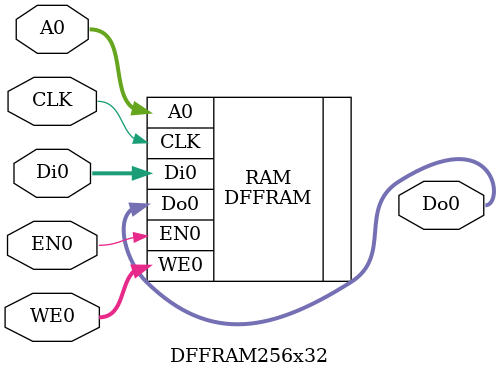
<source format=v>
/*
 * DFFRAM.v
 *
 * * A 256x32 DFFRAM (1 Kbytes)
 *
 * This is free software: you can redistribute it and/or modify
 * it under the terms of the Apache License, Version 2.0 (the "License").
 *
 * DFFRAM is distributed in the hope that it will be useful,
 * but WITHOUT ANY WARRANTY; without even the implied warranty of
 * MERCHANTABILITY or FITNESS FOR A PARTICULAR PURPOSE. See the
 * Apache License, Version 2.0 for more details.
 *
 * You should have received a copy of the Apache License, Version 2.0
 * along with DFFRAM. If not, see <https://www.apache.org/licenses/LICENSE-2.0>.
 *
 * For further information, please visit .
 *
 */

 `default_nettype        none

module DFFRAM256x32  (
	input   wire            CLK,  
    input   wire [3:0]      WE0,  
    input                   EN0,  
    input   wire [7:0]      A0,   
    input   wire [31:0]     Di0,  
    output  wire [31:0]     Do0
);

    DFFRAM  #( .USE_LATCH(1), .WSIZE(4), .BANKS(16) ) RAM (
	    .CLK(CLK),  
        .WE0(WE0),  
        .EN0(EN0),  
        .A0(A0),   
        .Di0(Di0),  
        .Do0(Do0)
    );

endmodule
</source>
